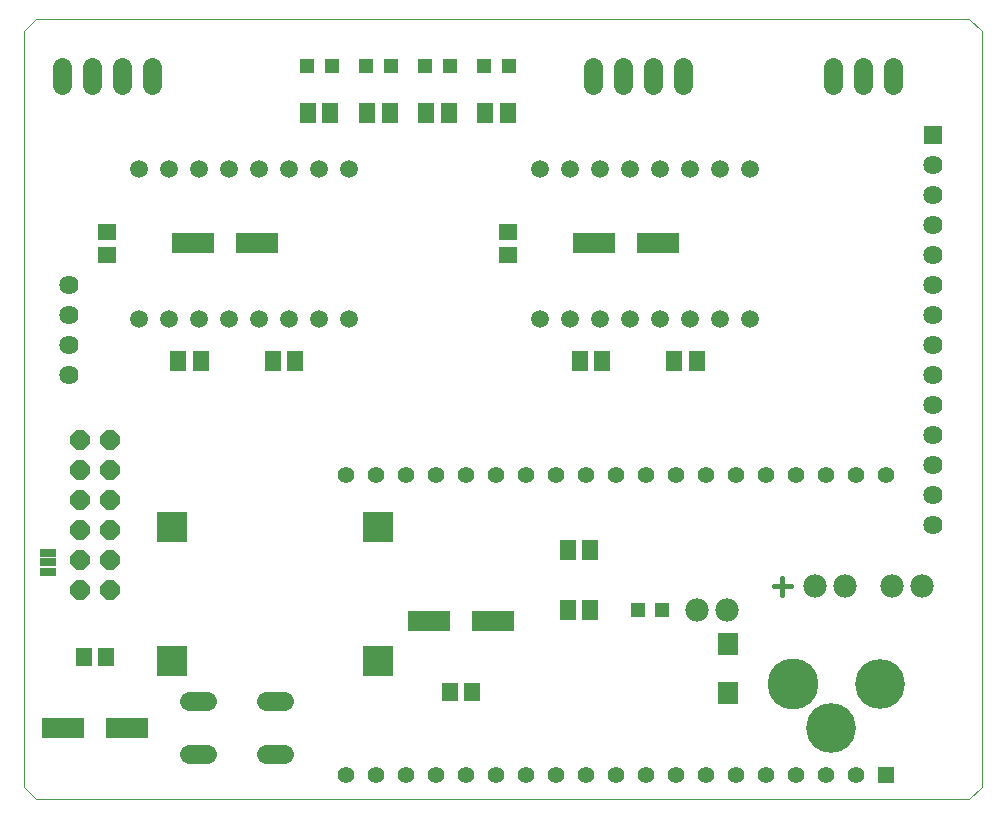
<source format=gts>
G75*
%MOIN*%
%OFA0B0*%
%FSLAX25Y25*%
%IPPOS*%
%LPD*%
%AMOC8*
5,1,8,0,0,1.08239X$1,22.5*
%
%ADD10C,0.00000*%
%ADD11C,0.01500*%
%ADD12C,0.06400*%
%ADD13R,0.06400X0.06400*%
%ADD14R,0.05550X0.05550*%
%ADD15C,0.05550*%
%ADD16C,0.07800*%
%ADD17C,0.05943*%
%ADD18R,0.05124X0.05124*%
%ADD19R,0.05518X0.06699*%
%ADD20R,0.06306X0.05518*%
%ADD21R,0.14180X0.06699*%
%ADD22C,0.16998*%
%ADD23C,0.16600*%
%ADD24R,0.05518X0.06306*%
%ADD25R,0.10400X0.10400*%
%ADD26C,0.06337*%
%ADD27C,0.06400*%
%ADD28R,0.07093X0.07487*%
%ADD29OC8,0.06400*%
%ADD30R,0.05400X0.02900*%
D10*
X0001000Y0004937D02*
X0001000Y0256906D01*
X0004937Y0260843D01*
X0315961Y0260843D01*
X0320409Y0256906D01*
X0320409Y0004937D01*
X0315961Y0001000D01*
X0004937Y0001000D01*
X0001000Y0004937D01*
D11*
X0250963Y0071752D02*
X0256634Y0071752D01*
X0253798Y0074587D02*
X0253798Y0068916D01*
D12*
X0304150Y0092063D03*
X0304150Y0102063D03*
X0304150Y0112063D03*
X0304150Y0122063D03*
X0304150Y0132063D03*
X0304150Y0142063D03*
X0304150Y0152063D03*
X0304150Y0162063D03*
X0304150Y0172063D03*
X0304150Y0182063D03*
X0304150Y0192063D03*
X0304150Y0202063D03*
X0304150Y0212063D03*
X0016039Y0172063D03*
X0016039Y0162063D03*
X0016039Y0152063D03*
X0016039Y0142063D03*
D13*
X0304150Y0222063D03*
D14*
X0288402Y0008874D03*
D15*
X0278402Y0008874D03*
X0268402Y0008874D03*
X0258402Y0008874D03*
X0248402Y0008874D03*
X0238402Y0008874D03*
X0228402Y0008874D03*
X0218402Y0008874D03*
X0208402Y0008874D03*
X0198402Y0008874D03*
X0188402Y0008874D03*
X0178402Y0008874D03*
X0168402Y0008874D03*
X0158402Y0008874D03*
X0148402Y0008874D03*
X0138402Y0008874D03*
X0128402Y0008874D03*
X0118402Y0008874D03*
X0108402Y0008874D03*
X0108402Y0108874D03*
X0118402Y0108874D03*
X0128402Y0108874D03*
X0138402Y0108874D03*
X0148402Y0108874D03*
X0158402Y0108874D03*
X0168402Y0108874D03*
X0178402Y0108874D03*
X0188402Y0108874D03*
X0198402Y0108874D03*
X0208402Y0108874D03*
X0218402Y0108874D03*
X0228402Y0108874D03*
X0238402Y0108874D03*
X0248402Y0108874D03*
X0258402Y0108874D03*
X0268402Y0108874D03*
X0278402Y0108874D03*
X0288402Y0108874D03*
D16*
X0290213Y0071866D03*
X0300213Y0071866D03*
X0274780Y0071866D03*
X0264780Y0071866D03*
X0235409Y0063992D03*
X0225409Y0063992D03*
D17*
X0223165Y0160724D03*
X0213165Y0160724D03*
X0203165Y0160724D03*
X0193165Y0160724D03*
X0183165Y0160724D03*
X0173165Y0160724D03*
X0173165Y0210724D03*
X0183165Y0210724D03*
X0193165Y0210724D03*
X0203165Y0210724D03*
X0213165Y0210724D03*
X0223165Y0210724D03*
X0233165Y0210724D03*
X0243165Y0210724D03*
X0243165Y0160724D03*
X0233165Y0160724D03*
X0109307Y0160724D03*
X0099307Y0160724D03*
X0089307Y0160724D03*
X0079307Y0160724D03*
X0069307Y0160724D03*
X0059307Y0160724D03*
X0049307Y0160724D03*
X0039307Y0160724D03*
X0039307Y0210724D03*
X0049307Y0210724D03*
X0059307Y0210724D03*
X0069307Y0210724D03*
X0079307Y0210724D03*
X0089307Y0210724D03*
X0099307Y0210724D03*
X0109307Y0210724D03*
D18*
X0114976Y0245094D03*
X0123244Y0245094D03*
X0134661Y0245094D03*
X0142929Y0245094D03*
X0154346Y0245094D03*
X0162614Y0245094D03*
X0103559Y0245094D03*
X0095291Y0245094D03*
X0205528Y0063992D03*
X0213795Y0063992D03*
D19*
X0189780Y0063992D03*
X0182299Y0063992D03*
X0182299Y0083677D03*
X0189780Y0083677D03*
X0186236Y0146669D03*
X0193717Y0146669D03*
X0217732Y0146669D03*
X0225213Y0146669D03*
X0162220Y0229346D03*
X0154740Y0229346D03*
X0142535Y0229346D03*
X0135055Y0229346D03*
X0122850Y0229346D03*
X0115370Y0229346D03*
X0103165Y0229346D03*
X0095685Y0229346D03*
X0091354Y0146669D03*
X0083874Y0146669D03*
X0059858Y0146669D03*
X0052378Y0146669D03*
D20*
X0028559Y0182299D03*
X0028559Y0189780D03*
X0162417Y0189780D03*
X0162417Y0182299D03*
D21*
X0191157Y0186039D03*
X0212417Y0186039D03*
X0157299Y0060055D03*
X0136039Y0060055D03*
X0035252Y0024622D03*
X0013992Y0024622D03*
X0057299Y0186039D03*
X0078559Y0186039D03*
D22*
X0257387Y0039189D03*
D23*
X0269898Y0024380D03*
X0286209Y0039089D03*
D24*
X0150409Y0036433D03*
X0142929Y0036433D03*
X0028362Y0048244D03*
X0020882Y0048244D03*
D25*
X0050213Y0046669D03*
X0050213Y0091551D03*
X0119110Y0091551D03*
X0119110Y0046669D03*
D26*
X0087630Y0033480D02*
X0081693Y0033480D01*
X0081693Y0015764D02*
X0087630Y0015764D01*
X0062039Y0015764D02*
X0056102Y0015764D01*
X0056102Y0033480D02*
X0062039Y0033480D01*
D27*
X0043559Y0238906D02*
X0043559Y0244906D01*
X0033559Y0244906D02*
X0033559Y0238906D01*
X0023559Y0238906D02*
X0023559Y0244906D01*
X0013559Y0244906D02*
X0013559Y0238906D01*
X0190724Y0238906D02*
X0190724Y0244906D01*
X0200724Y0244906D02*
X0200724Y0238906D01*
X0210724Y0238906D02*
X0210724Y0244906D01*
X0220724Y0244906D02*
X0220724Y0238906D01*
X0270528Y0238906D02*
X0270528Y0244906D01*
X0280528Y0244906D02*
X0280528Y0238906D01*
X0290528Y0238906D02*
X0290528Y0244906D01*
D28*
X0235646Y0052378D03*
X0235646Y0036236D03*
D29*
X0029622Y0070488D03*
X0019622Y0070488D03*
X0019622Y0080488D03*
X0029622Y0080488D03*
X0029622Y0090488D03*
X0019622Y0090488D03*
X0019622Y0100488D03*
X0029622Y0100488D03*
X0029622Y0110488D03*
X0019622Y0110488D03*
X0019622Y0120488D03*
X0029622Y0120488D03*
D30*
X0008874Y0082940D03*
X0008874Y0079740D03*
X0008874Y0076540D03*
M02*

</source>
